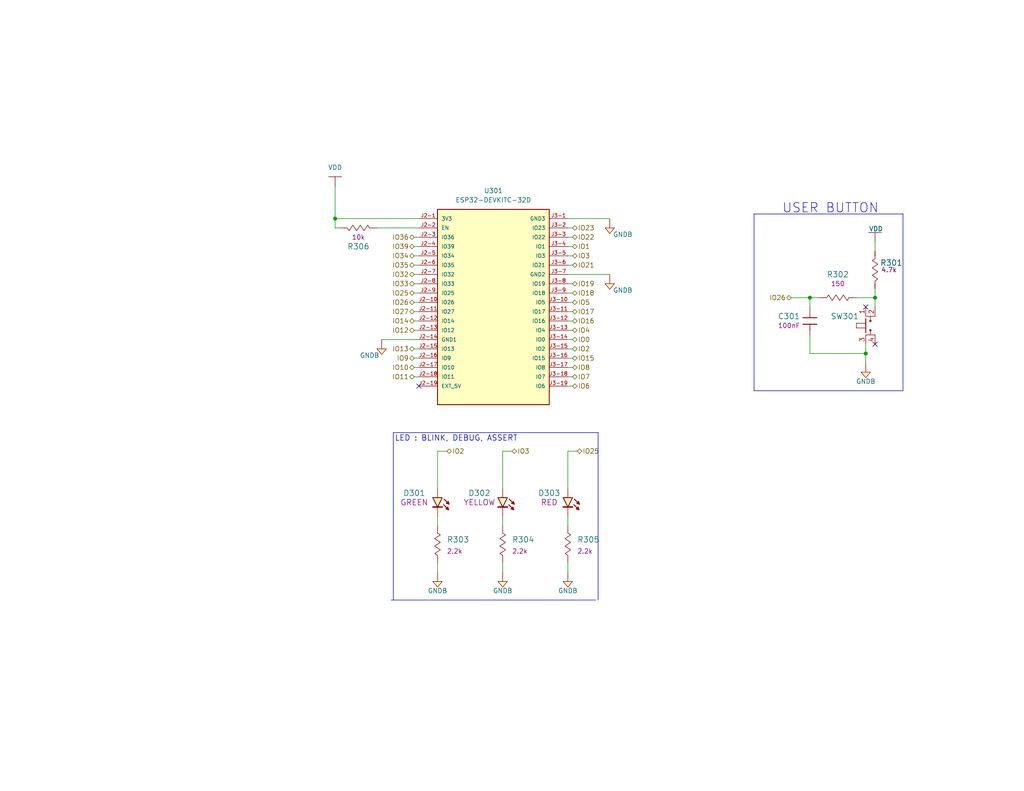
<source format=kicad_sch>
(kicad_sch (version 20231120) (generator "eeschema") (generator_version "8.0")
  (paper "USLetter")
  (title_block (title "MCU") (comment 1 "Gérémy Sauvageau"))
  (lib_symbols
    (symbol "Boards:ESP32-DEVKITC-32D" (pin_names (offset 1.016))
      (property "Reference" "U" (at -15.2572 26.0643 0))
      (property "Value" "ESP32-DEVKITC-32D" (at -11.43 -30.226 0))
      (symbol "ESP32-DEVKITC-32D_0_0"
        (rectangle (start -15.24 25.4) (end 15.24 -27.94) (stroke (width 0.254)) (fill (type background)))
        (pin power_in line (at -20.32 22.86 0) (length 5.08) (name "3V3") (number "J2-1"))
        (pin bidirectional line (at -20.32 0 0) (length 5.08) (name "IO26") (number "J2-10"))
        (pin bidirectional line (at -20.32 -2.54 0) (length 5.08) (name "IO27") (number "J2-11"))
        (pin bidirectional line (at -20.32 -5.08 0) (length 5.08) (name "IO14") (number "J2-12"))
        (pin bidirectional line (at -20.32 -7.62 0) (length 5.08) (name "IO12") (number "J2-13"))
        (pin power_in line (at -20.32 -10.16 0) (length 5.08) (name "GND1") (number "J2-14"))
        (pin bidirectional line (at -20.32 -12.7 0) (length 5.08) (name "IO13") (number "J2-15"))
        (pin power_in line (at -20.32 -22.86 0) (length 5.08) (name "EXT_5V") (number "J2-19"))
        (pin input line (at -20.32 20.32 0) (length 5.08) (name "EN") (number "J2-2"))
        (pin bidirectional line (at -20.32 12.7 0) (length 5.08) (name "IO34") (number "J2-5"))
        (pin bidirectional line (at -20.32 10.16 0) (length 5.08) (name "IO35") (number "J2-6"))
        (pin bidirectional line (at -20.32 7.62 0) (length 5.08) (name "IO32") (number "J2-7"))
        (pin bidirectional line (at -20.32 5.08 0) (length 5.08) (name "IO33") (number "J2-8"))
        (pin bidirectional line (at -20.32 2.54 0) (length 5.08) (name "IO25") (number "J2-9"))
        (pin power_in line (at 20.32 22.86 180) (length 5.08) (name "GND3") (number "J3-1"))
        (pin bidirectional line (at 20.32 0 180) (length 5.08) (name "IO5") (number "J3-10"))
        (pin bidirectional line (at 20.32 -2.54 180) (length 5.08) (name "IO17") (number "J3-11"))
        (pin bidirectional line (at 20.32 -5.08 180) (length 5.08) (name "IO16") (number "J3-12"))
        (pin bidirectional line (at 20.32 -7.62 180) (length 5.08) (name "IO4") (number "J3-13"))
        (pin bidirectional line (at 20.32 -10.16 180) (length 5.08) (name "IO0") (number "J3-14"))
        (pin bidirectional line (at 20.32 -12.7 180) (length 5.08) (name "IO2") (number "J3-15"))
        (pin bidirectional line (at 20.32 -15.24 180) (length 5.08) (name "IO15") (number "J3-16"))
        (pin bidirectional line (at 20.32 20.32 180) (length 5.08) (name "IO23") (number "J3-2"))
        (pin bidirectional line (at 20.32 17.78 180) (length 5.08) (name "IO22") (number "J3-3"))
        (pin bidirectional line (at 20.32 10.16 180) (length 5.08) (name "IO21") (number "J3-6"))
        (pin power_in line (at 20.32 7.62 180) (length 5.08) (name "GND2") (number "J3-7"))
        (pin bidirectional line (at 20.32 5.08 180) (length 5.08) (name "IO19") (number "J3-8"))
        (pin bidirectional line (at 20.32 2.54 180) (length 5.08) (name "IO18") (number "J3-9"))
      )
      (symbol "ESP32-DEVKITC-32D_1_0"
        (pin bidirectional line (at -20.32 -15.24 0) (length 5.08) (name "IO9") (number "J2-16"))
        (pin bidirectional line (at -20.32 -17.78 0) (length 5.08) (name "IO10") (number "J2-17"))
        (pin bidirectional line (at -20.32 -20.32 0) (length 5.08) (name "IO11") (number "J2-18"))
        (pin input line (at -20.32 17.78 0) (length 5.08) (name "IO36") (number "J2-3"))
        (pin input line (at -20.32 15.24 0) (length 5.08) (name "IO39") (number "J2-4"))
        (pin bidirectional line (at 20.32 -17.78 180) (length 5.08) (name "IO8") (number "J3-17"))
        (pin bidirectional line (at 20.32 -20.32 180) (length 5.08) (name "IO7") (number "J3-18"))
        (pin bidirectional line (at 20.32 -22.86 180) (length 5.08) (name "IO6") (number "J3-19"))
        (pin output line (at 20.32 15.24 180) (length 5.08) (name "IO1") (number "J3-4"))
        (pin input line (at 20.32 12.7 180) (length 5.08) (name "IO3") (number "J3-5"))
      )
    )
    (symbol "Capacitors:885012207098" (pin_numbers hide) (pin_names (offset 0) hide)
      (property "Reference" "C" (at -1.27 4.064 0))
      (property "Capacitance (Farad)" "100nF" (at -1.27 -3.048 0))
      (symbol "885012207098_0_1"
        (polyline (pts (xy -2.54 0) (xy -2.286 0)))
        (polyline (pts (xy -2.159 1.905) (xy -2.159 -1.905)) (stroke (width 0.254)))
        (polyline (pts (xy -0.381 1.905) (xy -0.381 -1.905)) (stroke (width 0.254)))
        (polyline (pts (xy 0 0) (xy -0.254 0)))
        (polyline (pts (xy 0.635 0) (xy 1.27 0)))
      )
      (symbol "885012207098_1_1"
        (pin passive line (at -5.08 0 0) (length 2.54) (name "1") (number "1"))
        (pin passive line (at 2.54 0 180) (length 2.54) (name "2") (number "2"))
      )
    )
    (symbol "Diodes:150080RS75000" (pin_numbers hide) (pin_names (offset 0) hide)
      (property "Reference" "D" (at -1.27 3.81 0))
      (property "Value" "150080RS75000" (at 0 -5.08 0))
      (symbol "150080RS75000_0_1"
        (polyline (pts (xy 0 -1.27) (xy 0 1.27)) (stroke (width 0.381)))
        (polyline (pts (xy -2.54 1.27) (xy -2.54 -1.27) (xy 0 0) (xy -2.54 1.27)) (stroke (width 0.254)) (fill (type background)))
        (polyline (pts (xy -2.159 -1.778) (xy -0.762 -3.175) (xy -1.016 -2.413) (xy -1.524 -2.921) (xy -0.762 -3.175)) (stroke (width 0.254)) (fill (type outline)))
        (polyline (pts (xy -0.635 -1.651) (xy 0.762 -3.048) (xy 0 -2.794) (xy 0.508 -2.286) (xy 0.762 -3.048)) (stroke (width 0.254)) (fill (type outline)))
      )
      (symbol "150080RS75000_1_1"
        (pin passive line (at 2.54 0 180) (length 2.54) (name "Cathode") (number "1"))
        (pin passive line (at -5.08 0 0) (length 2.54) (name "Anode") (number "2"))
      )
    )
    (symbol "Diodes:150080VS75000" (pin_numbers hide) (pin_names (offset 0) hide)
      (property "Reference" "D" (at -1.27 3.81 0))
      (property "Value" "150080VS75000" (at 0 -5.08 0))
      (symbol "150080VS75000_0_1"
        (polyline (pts (xy 0 -1.27) (xy 0 1.27)) (stroke (width 0.381)))
        (polyline (pts (xy -2.54 1.27) (xy -2.54 -1.27) (xy 0 0) (xy -2.54 1.27)) (stroke (width 0.254)) (fill (type background)))
        (polyline (pts (xy -2.159 -1.778) (xy -0.762 -3.175) (xy -1.016 -2.413) (xy -1.524 -2.921) (xy -0.762 -3.175)) (stroke (width 0.254)) (fill (type outline)))
        (polyline (pts (xy -0.635 -1.651) (xy 0.762 -3.048) (xy 0 -2.794) (xy 0.508 -2.286) (xy 0.762 -3.048)) (stroke (width 0.254)) (fill (type outline)))
      )
      (symbol "150080VS75000_1_1"
        (pin passive line (at 2.54 0 180) (length 2.54) (name "Cathode") (number "1"))
        (pin passive line (at -5.08 0 0) (length 2.54) (name "Anode") (number "2"))
      )
    )
    (symbol "Diodes:150080YS75000" (pin_numbers hide) (pin_names (offset 0) hide)
      (property "Reference" "D" (at -1.27 3.81 0))
      (property "Value" "150080YS75000" (at 0 -5.08 0))
      (symbol "150080YS75000_0_1"
        (polyline (pts (xy 0 -1.27) (xy 0 1.27)) (stroke (width 0.381)))
        (polyline (pts (xy -2.54 1.27) (xy -2.54 -1.27) (xy 0 0) (xy -2.54 1.27)) (stroke (width 0.254)) (fill (type background)))
        (polyline (pts (xy -2.159 -1.778) (xy -0.762 -3.175) (xy -1.016 -2.413) (xy -1.524 -2.921) (xy -0.762 -3.175)) (stroke (width 0.254)) (fill (type outline)))
        (polyline (pts (xy -0.635 -1.651) (xy 0.762 -3.048) (xy 0 -2.794) (xy 0.508 -2.286) (xy 0.762 -3.048)) (stroke (width 0.254)) (fill (type outline)))
      )
      (symbol "150080YS75000_1_1"
        (pin passive line (at 2.54 0 180) (length 2.54) (name "Cathode") (number "1"))
        (pin passive line (at -5.08 0 0) (length 2.54) (name "Anode") (number "2"))
      )
    )
    (symbol "Power_Port:GNDB" (power) (pin_numbers hide) (pin_names (offset 0) hide)
      (property "Value" "GNDB" (at 0 -2.54 0))
      (symbol "GNDB_0_1"
        (polyline (pts (xy 0 0) (xy 1.27 0)))
        (polyline (pts (xy -1.27 0) (xy 0 -1.524) (xy 1.27 0)) (fill (type background)))
        (polyline (pts (xy 0 2.54) (xy 0 0) (xy -1.27 0)))
      )
      (symbol "GNDB_1_1"
        (pin power_in line (at 0 2.54 90) (length 0) hide (name "GNDB") (number "1"))
      )
    )
    (symbol "Power_Port:VDD" (power) (pin_numbers hide) (pin_names (offset 0) hide)
      (property "Value" "VDD" (at -0.254 3.556 0))
      (symbol "VDD_0_1"
        (polyline (pts (xy -1.778 2.54) (xy 0 2.54)))
        (polyline (pts (xy 0 0) (xy 0 2.54)))
        (polyline (pts (xy 0 2.54) (xy 1.778 2.54)))
      )
      (symbol "VDD_1_1"
        (pin power_in line (at 0 0 90) (length 0) hide (name "VDD") (number "1"))
      )
    )
    (symbol "Resistors:RC0805JR-0710KL" (pin_numbers hide) (pin_names (offset 0) hide)
      (property "Reference" "R" (at 0 2.032 0))
      (property "Resistance (Ohms)" "10k" (at 0 -1.778 0))
      (symbol "RC0805JR-0710KL_0_1"
        (rectangle (start -3.048 0) (end -3.81 0))
        (polyline (pts (xy -3.048 0) (xy -2.54 0.762) (xy -2.032 0) (xy -1.524 -0.762) (xy -1.016 0) (xy -0.508 0.762) (xy 0 0) (xy 0.508 -0.762) (xy 1.016 0) (xy 1.524 0.762) (xy 2.032 0) (xy 2.54 -0.762) (xy 3.048 0)))
        (rectangle (start 3.81 0) (end 3.048 0))
      )
      (symbol "RC0805JR-0710KL_1_1"
        (pin passive line (at -5.08 0 0) (length 1.27) (name "1") (number "1"))
        (pin passive line (at 5.08 0 180) (length 1.27) (name "2") (number "2"))
      )
    )
    (symbol "Resistors:RC0805JR-07150RL" (pin_numbers hide) (pin_names (offset 0) hide)
      (property "Reference" "R" (at 0 2.032 0))
      (property "Resistance (Ohms)" "150" (at 0 -1.778 0))
      (symbol "RC0805JR-07150RL_0_1"
        (rectangle (start -3.048 0) (end -3.81 0))
        (polyline (pts (xy -3.048 0) (xy -2.54 0.762) (xy -2.032 0) (xy -1.524 -0.762) (xy -1.016 0) (xy -0.508 0.762) (xy 0 0) (xy 0.508 -0.762) (xy 1.016 0) (xy 1.524 0.762) (xy 2.032 0) (xy 2.54 -0.762) (xy 3.048 0)))
        (rectangle (start 3.81 0) (end 3.048 0))
      )
      (symbol "RC0805JR-07150RL_1_1"
        (pin passive line (at -5.08 0 0) (length 1.27) (name "1") (number "1"))
        (pin passive line (at 5.08 0 180) (length 1.27) (name "2") (number "2"))
      )
    )
    (symbol "Resistors:RC0805JR-072K2L" (pin_numbers hide) (pin_names (offset 0) hide)
      (property "Reference" "R" (at 0 2.032 0))
      (property "Resistance (Ohms)" "2.2k" (at 0 -1.778 0))
      (symbol "RC0805JR-072K2L_0_1"
        (rectangle (start -3.048 0) (end -3.81 0))
        (polyline (pts (xy -3.048 0) (xy -2.54 0.762) (xy -2.032 0) (xy -1.524 -0.762) (xy -1.016 0) (xy -0.508 0.762) (xy 0 0) (xy 0.508 -0.762) (xy 1.016 0) (xy 1.524 0.762) (xy 2.032 0) (xy 2.54 -0.762) (xy 3.048 0)))
        (rectangle (start 3.81 0) (end 3.048 0))
      )
      (symbol "RC0805JR-072K2L_1_1"
        (pin passive line (at -5.08 0 0) (length 1.27) (name "1") (number "1"))
        (pin passive line (at 5.08 0 180) (length 1.27) (name "2") (number "2"))
      )
    )
    (symbol "Resistors:RC0805JR-074K7L" (pin_numbers hide) (pin_names (offset 0) hide)
      (property "Reference" "R" (at 0 2.032 0))
      (property "Resistance (Ohms)" "4.7k" (at 0 -1.778 0))
      (symbol "RC0805JR-074K7L_0_1"
        (rectangle (start -3.048 0) (end -3.81 0))
        (polyline (pts (xy -3.048 0) (xy -2.54 0.762) (xy -2.032 0) (xy -1.524 -0.762) (xy -1.016 0) (xy -0.508 0.762) (xy 0 0) (xy 0.508 -0.762) (xy 1.016 0) (xy 1.524 0.762) (xy 2.032 0) (xy 2.54 -0.762) (xy 3.048 0)))
        (rectangle (start 3.81 0) (end 3.048 0))
      )
      (symbol "RC0805JR-074K7L_1_1"
        (pin passive line (at -5.08 0 0) (length 1.27) (name "1") (number "1"))
        (pin passive line (at 5.08 0 180) (length 1.27) (name "2") (number "2"))
      )
    )
    (symbol "Switches:PTS645SM43SMTR92" (pin_names (offset 0) hide)
      (property "Reference" "SW?" (at 0 3.81 0))
      (symbol "PTS645SM43SMTR92_0_1"
        (rectangle (start -2.54 0) (end -2.54 -2.54) (fill (type background)))
        (rectangle (start -1.905 0) (end 1.905 0) (stroke (width 0.254)) (fill (type background)))
        (rectangle (start -1.27 -1.27) (end -2.54 -1.27) (fill (type background)))
        (circle (center -1.27 -1.27) (radius 0.1778) (stroke (width 0.254)))
        (rectangle (start -0.635 0) (end -0.635 2.54) (fill (type background)))
        (rectangle (start 0.635 2.54) (end -0.635 2.54) (fill (type background)))
        (rectangle (start 0.635 2.54) (end 0.635 0) (fill (type background)))
        (circle (center 1.27 -1.27) (radius 0.1778) (stroke (width 0.254)))
        (rectangle (start 1.27 -1.27) (end 2.54 -1.27) (fill (type background)))
        (rectangle (start 2.54 0) (end 2.54 -2.54) (fill (type background)))
      )
      (symbol "PTS645SM43SMTR92_1_1"
        (pin input line (at -5.08 0 0) (length 2.54) (name "1") (number "1"))
        (pin input line (at -5.08 -2.54 0) (length 2.54) (name "2") (number "2"))
        (pin input line (at 5.08 0 180) (length 2.54) (name "3") (number "3"))
        (pin input line (at 5.08 -2.54 180) (length 2.54) (name "4") (number "4"))
      )
    )
  )
  (junction (at 220.98 81.28))
  (junction (at 236.22 96.52))
  (junction (at 238.76 81.28))
  (junction (at 91.44 59.69))
  (no_connect (at 236.22 83.82))
  (no_connect (at 238.76 93.98))
  (no_connect (at 114.3 105.41))
  (wire (pts (xy 113.03 80.01) (xy 114.3 80.01)))
  (wire (pts (xy 220.98 91.44) (xy 220.98 96.52)))
  (wire (pts (xy 236.22 96.52) (xy 236.22 99.06)))
  (wire (pts (xy 91.44 59.69) (xy 114.3 59.69)))
  (wire (pts (xy 156.21 82.55) (xy 154.94 82.55)))
  (wire (pts (xy 215.9 81.28) (xy 220.98 81.28)))
  (wire (pts (xy 156.21 85.09) (xy 154.94 85.09)))
  (wire (pts (xy 154.94 156.21) (xy 154.94 153.67)))
  (wire (pts (xy 220.98 96.52) (xy 236.22 96.52)))
  (wire (pts (xy 156.21 67.31) (xy 154.94 67.31)))
  (wire (pts (xy 104.14 92.71) (xy 114.3 92.71)))
  (polyline (pts (xy 205.74 106.68) (xy 246.38 106.68)))
  (wire (pts (xy 113.03 95.25) (xy 114.3 95.25)))
  (wire (pts (xy 137.16 123.19) (xy 139.7 123.19)))
  (wire (pts (xy 113.03 77.47) (xy 114.3 77.47)))
  (wire (pts (xy 220.98 83.82) (xy 220.98 81.28)))
  (polyline (pts (xy 246.38 58.42) (xy 205.74 58.42)))
  (wire (pts (xy 156.21 69.85) (xy 154.94 69.85)))
  (polyline (pts (xy 163.195 163.83) (xy 163.195 118.11)))
  (wire (pts (xy 156.21 102.87) (xy 154.94 102.87)))
  (wire (pts (xy 113.03 90.17) (xy 114.3 90.17)))
  (wire (pts (xy 113.03 64.77) (xy 114.3 64.77)))
  (wire (pts (xy 156.21 90.17) (xy 154.94 90.17)))
  (wire (pts (xy 156.21 62.23) (xy 154.94 62.23)))
  (wire (pts (xy 91.44 50.8) (xy 91.44 59.69)))
  (wire (pts (xy 102.87 62.23) (xy 114.3 62.23)))
  (wire (pts (xy 119.38 123.19) (xy 119.38 133.35)))
  (wire (pts (xy 154.94 140.97) (xy 154.94 143.51)))
  (wire (pts (xy 113.03 67.31) (xy 114.3 67.31)))
  (wire (pts (xy 113.03 102.87) (xy 114.3 102.87)))
  (wire (pts (xy 154.94 123.19) (xy 157.48 123.19)))
  (wire (pts (xy 119.38 140.97) (xy 119.38 143.51)))
  (wire (pts (xy 236.22 93.98) (xy 236.22 96.52)))
  (wire (pts (xy 156.21 77.47) (xy 154.94 77.47)))
  (wire (pts (xy 137.16 123.19) (xy 137.16 133.35)))
  (wire (pts (xy 91.44 62.23) (xy 91.44 59.69)))
  (wire (pts (xy 238.76 66.04) (xy 238.76 68.58)))
  (wire (pts (xy 154.94 123.19) (xy 154.94 133.35)))
  (wire (pts (xy 238.76 78.74) (xy 238.76 81.28)))
  (wire (pts (xy 156.21 95.25) (xy 154.94 95.25)))
  (wire (pts (xy 119.38 123.19) (xy 121.92 123.19)))
  (wire (pts (xy 113.03 87.63) (xy 114.3 87.63)))
  (wire (pts (xy 156.21 87.63) (xy 154.94 87.63)))
  (wire (pts (xy 156.21 72.39) (xy 154.94 72.39)))
  (wire (pts (xy 137.16 156.21) (xy 137.16 153.67)))
  (wire (pts (xy 220.98 81.28) (xy 223.52 81.28)))
  (wire (pts (xy 156.21 100.33) (xy 154.94 100.33)))
  (wire (pts (xy 154.94 74.93) (xy 166.37 74.93)))
  (polyline (pts (xy 106.68 163.83) (xy 162.56 163.83)))
  (wire (pts (xy 92.71 62.23) (xy 91.44 62.23)))
  (wire (pts (xy 154.94 59.69) (xy 166.37 59.69)))
  (wire (pts (xy 156.21 97.79) (xy 154.94 97.79)))
  (wire (pts (xy 113.03 85.09) (xy 114.3 85.09)))
  (wire (pts (xy 119.38 156.21) (xy 119.38 153.67)))
  (wire (pts (xy 113.03 72.39) (xy 114.3 72.39)))
  (wire (pts (xy 113.03 97.79) (xy 114.3 97.79)))
  (wire (pts (xy 113.03 69.85) (xy 114.3 69.85)))
  (wire (pts (xy 233.68 81.28) (xy 238.76 81.28)))
  (wire (pts (xy 113.03 74.93) (xy 114.3 74.93)))
  (wire (pts (xy 137.16 140.97) (xy 137.16 143.51)))
  (wire (pts (xy 113.03 100.33) (xy 114.3 100.33)))
  (wire (pts (xy 156.21 64.77) (xy 154.94 64.77)))
  (polyline (pts (xy 107.315 118.11) (xy 107.315 163.83)))
  (wire (pts (xy 238.76 81.28) (xy 238.76 83.82)))
  (polyline (pts (xy 205.74 58.42) (xy 205.74 106.68)))
  (wire (pts (xy 113.03 82.55) (xy 114.3 82.55)))
  (polyline (pts (xy 163.195 118.11) (xy 107.315 118.11)))
  (wire (pts (xy 156.21 80.01) (xy 154.94 80.01)))
  (wire (pts (xy 156.21 92.71) (xy 154.94 92.71)))
  (wire (pts (xy 156.21 105.41) (xy 154.94 105.41)))
  (polyline (pts (xy 246.38 106.68) (xy 246.38 58.42)))
  (text "LED : BLINK, DEBUG, ASSERT" (at 107.696 120.65 0) (effects (font (size 1.524 1.524)) (justify left bottom)))
  (text "USER BUTTON" (at 213.36 58.42 0) (effects (font (size 2.54 2.54)) (justify left bottom)))
  (hierarchical_label "IO1" (shape bidirectional) (at 156.21 67.31 0))
  (hierarchical_label "IO3" (shape bidirectional) (at 139.7 123.19 0))
  (hierarchical_label "IO33" (shape bidirectional) (at 113.03 77.47 180))
  (hierarchical_label "IO9" (shape bidirectional) (at 113.03 97.79 180))
  (hierarchical_label "IO17" (shape bidirectional) (at 156.21 85.09 0))
  (hierarchical_label "IO16" (shape bidirectional) (at 156.21 87.63 0))
  (hierarchical_label "IO26" (shape bidirectional) (at 215.9 81.28 180))
  (hierarchical_label "IO18" (shape bidirectional) (at 156.21 80.01 0))
  (hierarchical_label "IO6" (shape bidirectional) (at 156.21 105.41 0))
  (hierarchical_label "IO23" (shape bidirectional) (at 156.21 62.23 0))
  (hierarchical_label "IO14" (shape bidirectional) (at 113.03 87.63 180))
  (hierarchical_label "IO0" (shape bidirectional) (at 156.21 92.71 0))
  (hierarchical_label "IO4" (shape bidirectional) (at 156.21 90.17 0))
  (hierarchical_label "IO7" (shape bidirectional) (at 156.21 102.87 0))
  (hierarchical_label "IO35" (shape bidirectional) (at 113.03 72.39 180))
  (hierarchical_label "IO12" (shape bidirectional) (at 113.03 90.17 180))
  (hierarchical_label "IO26" (shape bidirectional) (at 113.03 82.55 180))
  (hierarchical_label "IO25" (shape bidirectional) (at 113.03 80.01 180))
  (hierarchical_label "IO8" (shape bidirectional) (at 156.21 100.33 0))
  (hierarchical_label "IO2" (shape bidirectional) (at 121.92 123.19 0))
  (hierarchical_label "IO22" (shape bidirectional) (at 156.21 64.77 0))
  (hierarchical_label "IO21" (shape bidirectional) (at 156.21 72.39 0))
  (hierarchical_label "IO11" (shape bidirectional) (at 113.03 102.87 180))
  (hierarchical_label "IO5" (shape bidirectional) (at 156.21 82.55 0))
  (hierarchical_label "IO25" (shape bidirectional) (at 157.48 123.19 0))
  (hierarchical_label "IO27" (shape bidirectional) (at 113.03 85.09 180))
  (hierarchical_label "IO34" (shape bidirectional) (at 113.03 69.85 180))
  (hierarchical_label "IO3" (shape bidirectional) (at 156.21 69.85 0))
  (hierarchical_label "IO36" (shape bidirectional) (at 113.03 64.77 180))
  (hierarchical_label "IO19" (shape bidirectional) (at 156.21 77.47 0))
  (hierarchical_label "IO13" (shape bidirectional) (at 113.03 95.25 180))
  (hierarchical_label "IO10" (shape bidirectional) (at 113.03 100.33 180))
  (hierarchical_label "IO32" (shape bidirectional) (at 113.03 74.93 180))
  (hierarchical_label "IO2" (shape bidirectional) (at 156.21 95.25 0))
  (hierarchical_label "IO15" (shape bidirectional) (at 156.21 97.79 0))
  (hierarchical_label "IO39" (shape bidirectional) (at 113.03 67.31 180))
  (symbol (lib_id "Resistors:RC0805JR-074K7L") (at 238.76 73.66 270) (mirror x) (unit 1)
    (property "Reference" "R301" (at 243.205 71.755 90) (effects (font (size 1.524 1.524))))
    (property "Value" "RC0805JR-074K7L" (effects (hide yes)))
    (property "Footprint" "Resistors:R0805" (effects (hide yes)))
    (property "Datasheet" "http://www.yageo.com/documents/recent/PYu-RC_Group_51_RoHS_L_7.pdf" (effects (hide yes)))
    (property "Description" "RES SMD 4.7K OHM 5% 1/8W 0805" (effects (hide yes)))
    (property "Supplier" "Digikey" (effects (hide yes)))
    (property "Supplier Part Number" "311-4.7KARCT-ND" (effects (hide yes)))
    (property "Manufacturer" "Yageo" (effects (hide yes)))
    (property "Manufacturer Part Number" "RC0805JR-074K7L" (effects (hide yes)))
    (property "Resistance (Ohms)" "4.7k" (at 242.57 73.66 90))
    (property "Tolerance (%)" "±5%" (effects (hide yes)))
    (property "Puissance (Watts)" "1/8W" (effects (hide yes)))
  )
  (symbol (lib_id "Power_Port:GNDB") (at 166.37 77.47 0) (unit 1)
    (property "Reference" "#PWR0304" (effects (hide yes)))
    (property "Value" "GNDB" (at 169.926 79.248 0))
  )
  (symbol (lib_id "Resistors:RC0805JR-072K2L") (at 119.38 148.59 90) (unit 1)
    (property "Reference" "R303" (at 121.92 147.32 90) (effects (font (size 1.524 1.524)) (justify right)))
    (property "Value" "RC0805JR-072K2L" (effects (hide yes)))
    (property "Footprint" "Resistors:R0805" (effects (hide yes)))
    (property "Datasheet" "http://www.yageo.com/documents/recent/PYu-RC_Group_51_RoHS_L_7.pdf" (effects (hide yes)))
    (property "Description" "RES SMD 2.2K OHM 5% 1/8W 0805" (effects (hide yes)))
    (property "Supplier" "Digikey" (effects (hide yes)))
    (property "Supplier Part Number" "311-2.2KARCT-ND" (effects (hide yes)))
    (property "Manufacturer" "Yageo" (effects (hide yes)))
    (property "Manufacturer Part Number" "RC0805JR-072K2L" (effects (hide yes)))
    (property "Resistance (Ohms)" "2.2k" (at 121.92 150.4949 90) (effects (justify right)))
    (property "Tolerance (%)" "±5%" (effects (hide yes)))
    (property "Puissance (Watts)" "1/8W" (effects (hide yes)))
  )
  (symbol (lib_id "Diodes:150080YS75000") (at 137.16 138.43 90) (mirror x) (unit 1)
    (property "Reference" "D302" (at 130.81 134.62 90) (effects (font (size 1.524 1.524))))
    (property "Value" "150080YS75000" (effects (hide yes)))
    (property "Footprint" "Diodes:LED_0805_YELLOW" (effects (hide yes)))
    (property "Datasheet" "http://katalog.we-online.de/led/datasheet/150080YS75000.pdf" (effects (hide yes)))
    (property "Description" "LED YELLOW CLEAR 0805 SMD" (effects (hide yes)))
    (property "Supplier" "Digikey" (effects (hide yes)))
    (property "Supplier Part Number" "732-4987-1-ND" (effects (hide yes)))
    (property "Manufacturer" "Wurth Electronics Inc." (effects (hide yes)))
    (property "Manufacturer Part Number" "150080YS75000" (effects (hide yes)))
    (property "Color" "YELLOW" (at 130.81 137.16 90) (effects (font (size 1.524 1.524))))
    (property "Voltage - Forward (Vf) (Typ)" "2V" (effects (hide yes)))
  )
  (symbol (lib_id "Power_Port:GNDB") (at 104.14 95.25 0) (unit 1)
    (property "Reference" "#PWR0305" (effects (hide yes)))
    (property "Value" "GNDB" (at 100.838 97.028 0))
  )
  (symbol (lib_id "Diodes:150080RS75000") (at 154.94 138.43 90) (mirror x) (unit 1)
    (property "Reference" "D303" (at 149.86 134.62 90) (effects (font (size 1.524 1.524))))
    (property "Value" "150080RS75000" (effects (hide yes)))
    (property "Footprint" "Diodes:LED_0805_RED" (effects (hide yes)))
    (property "Datasheet" "http://katalog.we-online.de/led/datasheet/150080RS75000.pdf" (effects (hide yes)))
    (property "Description" "LED RED CLEAR 0805 SMD" (effects (hide yes)))
    (property "Supplier" "Digikey" (effects (hide yes)))
    (property "Supplier Part Number" "732-4984-1-ND" (effects (hide yes)))
    (property "Manufacturer" "Wurth Electronics Inc." (effects (hide yes)))
    (property "Manufacturer Part Number" "150080RS75000" (effects (hide yes)))
    (property "Color" "RED" (at 149.86 137.16 90) (effects (font (size 1.524 1.524))))
    (property "Voltage - Forward (Vf) (Typ)" "2V" (effects (hide yes)))
  )
  (symbol (lib_id "Power_Port:GNDB") (at 166.37 62.23 0) (unit 1)
    (property "Reference" "#PWR0302" (effects (hide yes)))
    (property "Value" "GNDB" (at 169.926 64.008 0))
  )
  (symbol (lib_id "Resistors:RC0805JR-072K2L") (at 137.16 148.59 90) (unit 1)
    (property "Reference" "R304" (at 139.7 147.32 90) (effects (font (size 1.524 1.524)) (justify right)))
    (property "Value" "RC0805JR-072K2L" (effects (hide yes)))
    (property "Footprint" "Resistors:R0805" (effects (hide yes)))
    (property "Datasheet" "http://www.yageo.com/documents/recent/PYu-RC_Group_51_RoHS_L_7.pdf" (effects (hide yes)))
    (property "Description" "RES SMD 2.2K OHM 5% 1/8W 0805" (effects (hide yes)))
    (property "Supplier" "Digikey" (effects (hide yes)))
    (property "Supplier Part Number" "311-2.2KARCT-ND" (effects (hide yes)))
    (property "Manufacturer" "Yageo" (effects (hide yes)))
    (property "Manufacturer Part Number" "RC0805JR-072K2L" (effects (hide yes)))
    (property "Resistance (Ohms)" "2.2k" (at 139.7 150.4949 90) (effects (justify right)))
    (property "Tolerance (%)" "±5%" (effects (hide yes)))
    (property "Puissance (Watts)" "1/8W" (effects (hide yes)))
  )
  (symbol (lib_id "Power_Port:GNDB") (at 119.38 158.75 0) (unit 1)
    (property "Reference" "#PWR0307" (effects (hide yes)))
    (property "Value" "GNDB" (at 119.38 161.29 0))
  )
  (symbol (lib_id "Resistors:RC0805JR-072K2L") (at 154.94 148.59 90) (unit 1)
    (property "Reference" "R305" (at 157.48 147.32 90) (effects (font (size 1.524 1.524)) (justify right)))
    (property "Value" "RC0805JR-072K2L" (effects (hide yes)))
    (property "Footprint" "Resistors:R0805" (effects (hide yes)))
    (property "Datasheet" "http://www.yageo.com/documents/recent/PYu-RC_Group_51_RoHS_L_7.pdf" (effects (hide yes)))
    (property "Description" "RES SMD 2.2K OHM 5% 1/8W 0805" (effects (hide yes)))
    (property "Supplier" "Digikey" (effects (hide yes)))
    (property "Supplier Part Number" "311-2.2KARCT-ND" (effects (hide yes)))
    (property "Manufacturer" "Yageo" (effects (hide yes)))
    (property "Manufacturer Part Number" "RC0805JR-072K2L" (effects (hide yes)))
    (property "Resistance (Ohms)" "2.2k" (at 157.48 150.4949 90) (effects (justify right)))
    (property "Tolerance (%)" "±5%" (effects (hide yes)))
    (property "Puissance (Watts)" "1/8W" (effects (hide yes)))
  )
  (symbol (lib_id "Diodes:150080VS75000") (at 119.38 138.43 90) (mirror x) (unit 1)
    (property "Reference" "D301" (at 113.03 134.62 90) (effects (font (size 1.524 1.524))))
    (property "Value" "150080VS75000" (effects (hide yes)))
    (property "Footprint" "Diodes:LED_0805_GREEN" (effects (hide yes)))
    (property "Datasheet" "http://katalog.we-online.de/led/datasheet/150080VS75000.pdf" (effects (hide yes)))
    (property "Description" "LED GREEN CLEAR 0805 SMD" (effects (hide yes)))
    (property "Supplier" "Digikey" (effects (hide yes)))
    (property "Supplier Part Number" "732-4986-1-ND" (effects (hide yes)))
    (property "Manufacturer" "Wurth Electronics Inc." (effects (hide yes)))
    (property "Manufacturer Part Number" "150080VS75000" (effects (hide yes)))
    (property "Color" "GREEN" (at 113.03 137.16 90) (effects (font (size 1.524 1.524))))
    (property "Voltage - Forward (Vf) (Typ)" "2V" (effects (hide yes)))
  )
  (symbol (lib_id "Resistors:RC0805JR-07150RL") (at 228.6 81.28 0) (unit 1)
    (property "Reference" "R302" (at 228.6 74.93 0) (effects (font (size 1.524 1.524))))
    (property "Value" "RC0805JR-07150RL" (effects (hide yes)))
    (property "Footprint" "Resistors:R0805" (effects (hide yes)))
    (property "Datasheet" "http://www.yageo.com/documents/recent/PYu-RC_Group_51_RoHS_L_10.pdf" (effects (hide yes)))
    (property "Description" "RES SMD 150 OHM 5% 1/8W 0805" (effects (hide yes)))
    (property "Supplier" "Digikey" (effects (hide yes)))
    (property "Supplier Part Number" "311-150ARCT-ND" (effects (hide yes)))
    (property "Manufacturer" "Yageo" (effects (hide yes)))
    (property "Manufacturer Part Number" "RC0805JR-07150RL" (effects (hide yes)))
    (property "Resistance (Ohms)" "150" (at 228.6 77.47 0))
    (property "Tolerance (%)" "±5%" (effects (hide yes)))
    (property "Puissance (Watts)" "1/8W" (effects (hide yes)))
  )
  (symbol (lib_id "Power_Port:VDD") (at 238.76 66.04 0) (mirror y) (unit 1)
    (property "Reference" "#PWR0303" (effects (hide yes)))
    (property "Value" "VDD" (at 239.014 62.484 0))
  )
  (symbol (lib_id "Power_Port:GNDB") (at 236.22 101.6 0) (mirror y) (unit 1)
    (property "Reference" "#PWR0306" (effects (hide yes)))
    (property "Value" "GNDB" (at 236.22 104.14 0))
  )
  (symbol (lib_id "Boards:ESP32-DEVKITC-32D") (at 134.62 82.55 0) (unit 1)
    (property "Reference" "U301" (at 134.62 52.07 0))
    (property "Value" "ESP32-DEVKITC-32D" (at 134.62 54.61 0))
    (property "Footprint" "Assembly:MODULE_ESP32-DEVKITC-32D" (effects (hide yes)))
    (property "MF" "Espressif Systems" (effects (hide yes)))
    (property "MAXIMUM_PACKAGE_HEIGHT" "N/A" (effects (hide yes)))
    (property "Package" "None" (effects (hide yes)))
    (property "Price" "None" (effects (hide yes)))
    (property "Check_prices" "https://www.snapeda.com/parts/ESP32-DEVKITC-32D/Espressif+Systems/view-part/?ref=eda" (effects (hide yes)))
    (property "STANDARD" "Manufacturer Recommendations" (effects (hide yes)))
    (property "PARTREV" "V4" (effects (hide yes)))
    (property "SnapEDA_Link" "https://www.snapeda.com/parts/ESP32-DEVKITC-32D/Espressif+Systems/view-part/?ref=snap" (effects (hide yes)))
    (property "MP" "ESP32-DEVKITC-32D" (effects (hide yes)))
    (property "Description_1" "\nWiFi Development Tools (802.11) ESP32 General Development Kit, ESP32-WROOM-32D on the board\n" (effects (hide yes)))
    (property "MANUFACTURER" "Espressif Systems" (effects (hide yes)))
    (property "Availability" "In Stock" (effects (hide yes)))
    (property "SNAPEDA_PN" "ESP32-DEVKITC-32D" (effects (hide yes)))
  )
  (symbol (lib_id "Power_Port:VDD") (at 91.44 50.8 0) (unit 1)
    (property "Reference" "#PWR0301" (effects (hide yes)))
    (property "Value" "VDD" (at 91.44 45.72 0))
  )
  (symbol (lib_id "Power_Port:GNDB") (at 137.16 158.75 0) (unit 1)
    (property "Reference" "#PWR0308" (effects (hide yes)))
    (property "Value" "GNDB" (at 137.16 161.29 0))
  )
  (symbol (lib_id "Power_Port:GNDB") (at 154.94 158.75 0) (unit 1)
    (property "Reference" "#PWR0309" (effects (hide yes)))
    (property "Value" "GNDB" (at 154.94 161.29 0))
  )
  (symbol (lib_id "Resistors:RC0805JR-0710KL") (at 97.79 62.23 0) (mirror x) (unit 1)
    (property "Reference" "R306" (at 97.79 67.31 0) (effects (font (size 1.524 1.524))))
    (property "Value" "RC0805JR-0710KL" (effects (hide yes)))
    (property "Footprint" "Resistors:R0805" (effects (hide yes)))
    (property "Datasheet" "http://www.yageo.com/documents/recent/PYu-RC_Group_51_RoHS_L_7.pdf" (effects (hide yes)))
    (property "Description" "RES SMD 10K OHM 5% 1/8W 0805" (effects (hide yes)))
    (property "Supplier" "Digikey" (effects (hide yes)))
    (property "Supplier Part Number" "311-10KARCT-ND" (effects (hide yes)))
    (property "Manufacturer" "Yageo" (effects (hide yes)))
    (property "Manufacturer Part Number" "RC0805JR-0710KL" (effects (hide yes)))
    (property "Resistance (Ohms)" "10k" (at 97.79 64.77 0))
    (property "Tolerance (%)" "±5%" (effects (hide yes)))
    (property "Puissance (Watts)" "1/8W" (effects (hide yes)))
  )
  (symbol (lib_id "Capacitors:885012207098") (at 220.98 88.9 90) (mirror x) (unit 1)
    (property "Reference" "C301" (at 215.265 86.36 90) (effects (font (size 1.524 1.524))))
    (property "Value" "885012207098" (effects (hide yes)))
    (property "Footprint" "Capacitors:C0805" (effects (hide yes)))
    (property "Datasheet" "D" (effects (hide yes)))
    (property "Description" "CAP CER 0.1UF 50V X7R 0805" (effects (hide yes)))
    (property "Supplier" "Digikey" (effects (hide yes)))
    (property "Supplier Part Number" "732-8080-1-ND" (effects (hide yes)))
    (property "Manufacturer" "Wurth Electronics Inc." (effects (hide yes)))
    (property "Manufacturer Part Number" "885012207098" (effects (hide yes)))
    (property "Capacitance (Farad)" "100nF" (at 215.265 88.9 90))
    (property "Tolerance (%)" "±10%" (effects (hide yes)))
    (property "Voltage Rated (Volt)" "50V" (effects (hide yes)))
  )
  (symbol (lib_id "Switches:PTS645SM43SMTR92") (at 236.22 88.9 90) (mirror x) (unit 1)
    (property "Reference" "SW301" (at 230.505 86.36 90) (effects (font (size 1.524 1.524))))
    (property "Value" "PTS645SM43SMTR92" (effects (hide yes)))
    (property "Footprint" "Switches:PTS645_6X6X4_SMD" (effects (hide yes)))
    (property "Datasheet" "http://www.ckswitches.com/media/1471/pts645.pdf" (effects (hide yes)))
    (property "Description" "SWITCH TACTILE SPST-NO 0.05A 12V" (effects (hide yes)))
    (property "Supplier" "Digikey" (effects (hide yes)))
    (property "Supplier Part Number" "CKN9112CT-ND" (effects (hide yes)))
    (property "Manufacturer" "C&K" (effects (hide yes)))
    (property "Manufacturer Part Number" "PTS645SM43SMTR92 LFS" (effects (hide yes)))
  )
)
</source>
